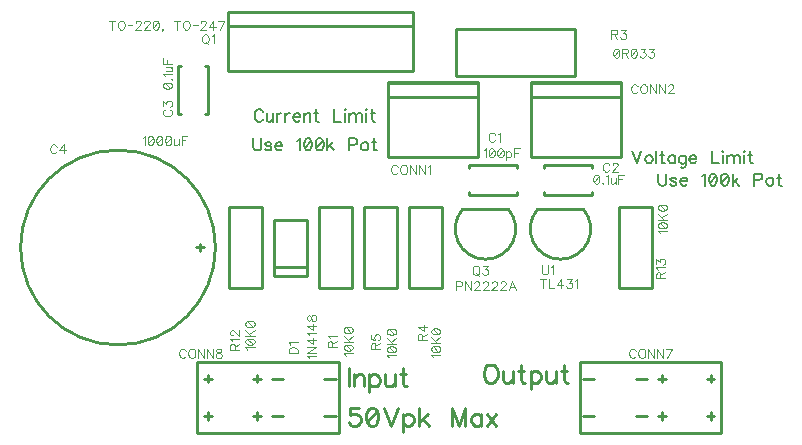
<source format=gto>
G04 DipTrace 2.4.0.2*
%INSuperSimplePowerSupply.gto*%
%MOIN*%
%ADD10C,0.0098*%
%ADD55C,0.0046*%
%ADD56C,0.0062*%
%ADD57C,0.0093*%
%FSLAX44Y44*%
G04*
G70*
G90*
G75*
G01*
%LNTopSilk*%
%LPD*%
X19287Y35742D2*
D10*
X17713D1*
X19287Y34758D2*
X17713D1*
X19287Y34850D2*
Y34758D1*
Y35742D2*
Y35650D1*
X17713Y34850D2*
Y34758D1*
Y35742D2*
Y35650D1*
X20213Y34758D2*
X21787D1*
X20213Y35742D2*
X21787D1*
X20213Y35650D2*
Y35742D1*
Y34758D2*
Y34850D1*
X21787Y35650D2*
Y35742D1*
Y34758D2*
Y34850D1*
X8992Y37463D2*
Y39037D1*
X8008Y37463D2*
Y39037D1*
X8100Y37463D2*
X8008D1*
X8992D2*
X8900D1*
X8100Y39037D2*
X8008D1*
X8992D2*
X8900D1*
X2752Y33000D2*
G02X2752Y33000I3248J0D01*
G01*
X8734Y33118D2*
Y32882D1*
X8852Y33000D2*
X8616D1*
X15000Y38478D2*
X18000D1*
Y36022D1*
X15000D1*
Y38478D1*
Y38500D2*
X18000D1*
Y38000D1*
X15000D1*
Y38500D1*
X19750Y38478D2*
X22750D1*
Y36022D1*
X19750D1*
Y38478D1*
Y38500D2*
X22750D1*
Y38000D1*
X19750D1*
Y38500D1*
X26112Y26819D2*
X21388D1*
Y29181D1*
X26112D1*
Y26819D1*
X25750Y27250D2*
Y27500D1*
X25875Y27375D2*
X25625D1*
X21875D2*
X21500D1*
X25625Y28625D2*
X25875D1*
X25750Y28500D2*
Y28750D1*
X21875Y28625D2*
X21500D1*
X24125Y27500D2*
Y27250D1*
X24250Y27375D2*
X24000D1*
X24125Y28500D2*
Y28750D1*
X24250Y28625D2*
X24000D1*
X23250D2*
X23625D1*
Y27375D2*
X23250D1*
X8638Y29181D2*
X13362D1*
Y26819D1*
X8638D1*
Y29181D1*
X9000Y28750D2*
Y28500D1*
X8875Y28625D2*
X9125D1*
X12875D2*
X13250D1*
X9125Y27375D2*
X8875D1*
X9000Y27500D2*
Y27250D1*
X12875Y27375D2*
X13250D1*
X10625Y28500D2*
Y28750D1*
X10500Y28625D2*
X10750D1*
X10625Y27500D2*
Y27250D1*
X10500Y27375D2*
X10750D1*
X11500D2*
X11125D1*
Y28625D2*
X11500D1*
X12301Y32054D2*
X11199D1*
Y32074D2*
Y33926D1*
X12301Y32352D2*
X11199D1*
X12301Y33926D2*
X11199D1*
X12301Y32074D2*
Y33926D1*
X9677Y40852D2*
X15819D1*
Y38884D1*
X9677D1*
Y40852D1*
Y40380D2*
X15819D1*
X19006Y34281D2*
G02X17494Y34281I-756J-666D01*
G01*
X19006D1*
X12699Y31663D2*
Y34337D1*
X13801Y31663D2*
Y34337D1*
Y31663D2*
X12699D1*
X13801Y34337D2*
X12699D1*
X21219Y38713D2*
X17281D1*
X21219Y40287D2*
X17281D1*
X21219D2*
Y38713D1*
X17281Y40287D2*
Y38713D1*
X16801Y34337D2*
Y31663D1*
X15699Y34337D2*
Y31663D1*
Y34337D2*
X16801D1*
X15699Y31663D2*
X16801D1*
X14199D2*
Y34337D1*
X15301Y31663D2*
Y34337D1*
Y31663D2*
X14199D1*
X15301Y34337D2*
X14199D1*
X9699Y31663D2*
Y34337D1*
X10801Y31663D2*
Y34337D1*
Y31663D2*
X9699D1*
X10801Y34337D2*
X9699D1*
X22699Y31663D2*
Y34337D1*
X23801Y31663D2*
Y34337D1*
Y31663D2*
X22699D1*
X23801Y34337D2*
X22699D1*
X21506Y34281D2*
G02X19994Y34281I-756J-666D01*
G01*
X21506D1*
X18568Y36755D2*
D55*
X18553Y36783D1*
X18525Y36812D1*
X18496Y36826D1*
X18439D1*
X18410Y36812D1*
X18381Y36783D1*
X18367Y36755D1*
X18353Y36712D1*
Y36640D1*
X18367Y36597D1*
X18381Y36568D1*
X18410Y36540D1*
X18439Y36525D1*
X18496D1*
X18525Y36540D1*
X18553Y36568D1*
X18568Y36597D1*
X18660Y36769D2*
X18689Y36783D1*
X18732Y36826D1*
Y36525D1*
X18191Y36244D2*
X18220Y36259D1*
X18263Y36302D1*
Y36001D1*
X18441Y36302D2*
X18398Y36288D1*
X18370Y36244D1*
X18355Y36173D1*
Y36130D1*
X18370Y36058D1*
X18398Y36015D1*
X18441Y36001D1*
X18470D1*
X18513Y36015D1*
X18542Y36058D1*
X18556Y36130D1*
Y36173D1*
X18542Y36244D1*
X18513Y36288D1*
X18470Y36302D1*
X18441D1*
X18542Y36244D2*
X18370Y36058D1*
X18735Y36302D2*
X18692Y36288D1*
X18663Y36244D1*
X18649Y36173D1*
Y36130D1*
X18663Y36058D1*
X18692Y36015D1*
X18735Y36001D1*
X18764D1*
X18807Y36015D1*
X18835Y36058D1*
X18850Y36130D1*
Y36173D1*
X18835Y36244D1*
X18807Y36288D1*
X18764Y36302D1*
X18735D1*
X18835Y36244D2*
X18663Y36058D1*
X18942Y36202D2*
Y35900D1*
Y36159D2*
X18971Y36187D1*
X19000Y36202D1*
X19043D1*
X19072Y36187D1*
X19100Y36159D1*
X19115Y36115D1*
Y36087D1*
X19100Y36044D1*
X19072Y36015D1*
X19043Y36001D1*
X19000D1*
X18971Y36015D1*
X18942Y36044D1*
X19394Y36302D2*
X19208D1*
Y36001D1*
Y36159D2*
X19322D1*
X22378Y35755D2*
X22364Y35783D1*
X22335Y35812D1*
X22306Y35827D1*
X22249D1*
X22220Y35812D1*
X22192Y35783D1*
X22177Y35755D1*
X22163Y35712D1*
Y35640D1*
X22177Y35597D1*
X22192Y35568D1*
X22220Y35540D1*
X22249Y35525D1*
X22306D1*
X22335Y35540D1*
X22364Y35568D1*
X22378Y35597D1*
X22485Y35755D2*
Y35769D1*
X22500Y35798D1*
X22514Y35812D1*
X22543Y35826D1*
X22600D1*
X22629Y35812D1*
X22643Y35798D1*
X22657Y35769D1*
Y35740D1*
X22643Y35711D1*
X22614Y35669D1*
X22471Y35525D1*
X22672D1*
X21933Y35427D2*
X21889Y35413D1*
X21861Y35369D1*
X21846Y35298D1*
Y35255D1*
X21861Y35183D1*
X21889Y35140D1*
X21933Y35126D1*
X21961D1*
X22004Y35140D1*
X22033Y35183D1*
X22047Y35255D1*
Y35298D1*
X22033Y35369D1*
X22004Y35413D1*
X21961Y35427D1*
X21933D1*
X22033Y35369D2*
X21861Y35183D1*
X22154Y35155D2*
X22140Y35140D1*
X22154Y35126D1*
X22169Y35140D1*
X22154Y35155D1*
X22261Y35369D2*
X22290Y35384D1*
X22333Y35427D1*
Y35126D1*
X22426Y35327D2*
Y35183D1*
X22440Y35140D1*
X22469Y35126D1*
X22512D1*
X22541Y35140D1*
X22584Y35183D1*
Y35327D2*
Y35126D1*
X22863Y35427D2*
X22676D1*
Y35126D1*
Y35284D2*
X22791D1*
X7570Y37598D2*
X7541Y37584D1*
X7513Y37555D1*
X7498Y37526D1*
Y37469D1*
X7513Y37440D1*
X7541Y37412D1*
X7570Y37397D1*
X7613Y37383D1*
X7685D1*
X7728Y37397D1*
X7757Y37412D1*
X7785Y37440D1*
X7800Y37469D1*
Y37526D1*
X7785Y37555D1*
X7757Y37584D1*
X7728Y37598D1*
X7499Y37720D2*
Y37877D1*
X7613Y37791D1*
Y37834D1*
X7628Y37863D1*
X7642Y37877D1*
X7685Y37892D1*
X7714D1*
X7757Y37877D1*
X7785Y37849D1*
X7800Y37805D1*
Y37762D1*
X7785Y37720D1*
X7771Y37705D1*
X7742Y37691D1*
X7499Y38378D2*
X7513Y38335D1*
X7556Y38306D1*
X7628Y38292D1*
X7671D1*
X7742Y38306D1*
X7785Y38335D1*
X7800Y38378D1*
Y38407D1*
X7785Y38450D1*
X7742Y38478D1*
X7671Y38493D1*
X7628D1*
X7556Y38478D1*
X7513Y38450D1*
X7499Y38407D1*
Y38378D1*
X7556Y38478D2*
X7742Y38306D1*
X7771Y38600D2*
X7785Y38585D1*
X7800Y38600D1*
X7785Y38614D1*
X7771Y38600D1*
X7556Y38707D2*
X7541Y38736D1*
X7499Y38779D1*
X7800D1*
X7599Y38872D2*
X7742D1*
X7785Y38886D1*
X7800Y38915D1*
Y38958D1*
X7785Y38986D1*
X7742Y39029D1*
X7599D2*
X7800D1*
X7498Y39309D2*
Y39122D1*
X7800D1*
X7642D2*
Y39237D1*
X3954Y36366D2*
X3939Y36394D1*
X3911Y36423D1*
X3882Y36437D1*
X3825D1*
X3796Y36423D1*
X3767Y36394D1*
X3753Y36366D1*
X3738Y36323D1*
Y36251D1*
X3753Y36208D1*
X3767Y36179D1*
X3796Y36151D1*
X3825Y36136D1*
X3882D1*
X3911Y36151D1*
X3939Y36179D1*
X3954Y36208D1*
X4190Y36136D2*
Y36437D1*
X4046Y36236D1*
X4262D1*
X6821Y36657D2*
X6850Y36671D1*
X6893Y36714D1*
Y36413D1*
X7072Y36714D2*
X7029Y36700D1*
X7000Y36657D1*
X6986Y36585D1*
Y36542D1*
X7000Y36470D1*
X7029Y36427D1*
X7072Y36413D1*
X7101D1*
X7144Y36427D1*
X7172Y36470D1*
X7187Y36542D1*
Y36585D1*
X7172Y36657D1*
X7144Y36700D1*
X7101Y36714D1*
X7072D1*
X7172Y36657D2*
X7000Y36470D1*
X7366Y36714D2*
X7323Y36700D1*
X7294Y36657D1*
X7280Y36585D1*
Y36542D1*
X7294Y36470D1*
X7323Y36427D1*
X7366Y36413D1*
X7394D1*
X7437Y36427D1*
X7466Y36470D1*
X7481Y36542D1*
Y36585D1*
X7466Y36657D1*
X7437Y36700D1*
X7394Y36714D1*
X7366D1*
X7466Y36657D2*
X7294Y36470D1*
X7659Y36714D2*
X7616Y36700D1*
X7587Y36657D1*
X7573Y36585D1*
Y36542D1*
X7587Y36470D1*
X7616Y36427D1*
X7659Y36413D1*
X7688D1*
X7731Y36427D1*
X7760Y36470D1*
X7774Y36542D1*
Y36585D1*
X7760Y36657D1*
X7731Y36700D1*
X7688Y36714D1*
X7659D1*
X7760Y36657D2*
X7587Y36470D1*
X7867Y36614D2*
Y36470D1*
X7881Y36427D1*
X7910Y36413D1*
X7953D1*
X7981Y36427D1*
X8025Y36470D1*
Y36614D2*
Y36413D1*
X8304Y36714D2*
X8117D1*
Y36413D1*
Y36571D2*
X8232D1*
X15321Y35680D2*
X15306Y35709D1*
X15278Y35738D1*
X15249Y35752D1*
X15192D1*
X15163Y35738D1*
X15134Y35709D1*
X15120Y35680D1*
X15106Y35637D1*
Y35565D1*
X15120Y35522D1*
X15134Y35494D1*
X15163Y35465D1*
X15192Y35450D1*
X15249D1*
X15278Y35465D1*
X15306Y35494D1*
X15321Y35522D1*
X15500Y35752D2*
X15471Y35738D1*
X15442Y35709D1*
X15428Y35680D1*
X15413Y35637D1*
Y35565D1*
X15428Y35522D1*
X15442Y35494D1*
X15471Y35465D1*
X15500Y35450D1*
X15557D1*
X15585Y35465D1*
X15614Y35494D1*
X15629Y35522D1*
X15643Y35565D1*
Y35637D1*
X15629Y35680D1*
X15614Y35709D1*
X15585Y35738D1*
X15557Y35752D1*
X15500D1*
X15936D2*
Y35450D1*
X15735Y35752D1*
Y35450D1*
X16230Y35752D2*
Y35450D1*
X16029Y35752D1*
Y35450D1*
X16323Y35694D2*
X16352Y35709D1*
X16395Y35752D1*
Y35450D1*
X23319Y38368D2*
X23304Y38396D1*
X23276Y38425D1*
X23247Y38439D1*
X23190D1*
X23161Y38425D1*
X23132Y38396D1*
X23118Y38368D1*
X23104Y38325D1*
Y38253D1*
X23118Y38210D1*
X23132Y38181D1*
X23161Y38152D1*
X23190Y38138D1*
X23247D1*
X23276Y38152D1*
X23304Y38181D1*
X23319Y38210D1*
X23498Y38439D2*
X23469Y38425D1*
X23440Y38396D1*
X23426Y38368D1*
X23411Y38325D1*
Y38253D1*
X23426Y38210D1*
X23440Y38181D1*
X23469Y38152D1*
X23498Y38138D1*
X23555D1*
X23583Y38152D1*
X23612Y38181D1*
X23627Y38210D1*
X23641Y38253D1*
Y38325D1*
X23627Y38368D1*
X23612Y38396D1*
X23583Y38425D1*
X23555Y38439D1*
X23498D1*
X23934D2*
Y38138D1*
X23733Y38439D1*
Y38138D1*
X24228Y38439D2*
Y38138D1*
X24027Y38439D1*
Y38138D1*
X24335Y38367D2*
Y38382D1*
X24350Y38410D1*
X24364Y38425D1*
X24393Y38439D1*
X24450D1*
X24479Y38425D1*
X24493Y38410D1*
X24507Y38382D1*
Y38353D1*
X24493Y38324D1*
X24464Y38281D1*
X24321Y38138D1*
X24522D1*
X23256Y29549D2*
X23242Y29577D1*
X23213Y29606D1*
X23185Y29620D1*
X23127D1*
X23098Y29606D1*
X23070Y29577D1*
X23055Y29549D1*
X23041Y29506D1*
Y29434D1*
X23055Y29391D1*
X23070Y29362D1*
X23098Y29334D1*
X23127Y29319D1*
X23185D1*
X23213Y29334D1*
X23242Y29362D1*
X23256Y29391D1*
X23435Y29620D2*
X23406Y29606D1*
X23378Y29577D1*
X23363Y29549D1*
X23349Y29506D1*
Y29434D1*
X23363Y29391D1*
X23378Y29362D1*
X23406Y29334D1*
X23435Y29319D1*
X23492D1*
X23521Y29334D1*
X23550Y29362D1*
X23564Y29391D1*
X23578Y29434D1*
Y29506D1*
X23564Y29549D1*
X23550Y29577D1*
X23521Y29606D1*
X23492Y29620D1*
X23435D1*
X23872D2*
Y29319D1*
X23671Y29620D1*
Y29319D1*
X24165Y29620D2*
Y29319D1*
X23965Y29620D1*
Y29319D1*
X24315D2*
X24459Y29620D1*
X24258D1*
X8256Y29549D2*
X8242Y29577D1*
X8213Y29606D1*
X8185Y29620D1*
X8127D1*
X8098Y29606D1*
X8070Y29577D1*
X8055Y29549D1*
X8041Y29506D1*
Y29434D1*
X8055Y29391D1*
X8070Y29362D1*
X8098Y29334D1*
X8127Y29319D1*
X8185D1*
X8213Y29334D1*
X8242Y29362D1*
X8256Y29391D1*
X8435Y29620D2*
X8406Y29606D1*
X8378Y29577D1*
X8363Y29549D1*
X8349Y29506D1*
Y29434D1*
X8363Y29391D1*
X8378Y29362D1*
X8406Y29334D1*
X8435Y29319D1*
X8493D1*
X8521Y29334D1*
X8550Y29362D1*
X8564Y29391D1*
X8578Y29434D1*
Y29506D1*
X8564Y29549D1*
X8550Y29577D1*
X8521Y29606D1*
X8493Y29620D1*
X8435D1*
X8872D2*
Y29319D1*
X8671Y29620D1*
Y29319D1*
X9166Y29620D2*
Y29319D1*
X8965Y29620D1*
Y29319D1*
X9330Y29620D2*
X9287Y29606D1*
X9273Y29577D1*
Y29548D1*
X9287Y29520D1*
X9316Y29505D1*
X9373Y29491D1*
X9416Y29477D1*
X9445Y29448D1*
X9459Y29419D1*
Y29376D1*
X9445Y29348D1*
X9430Y29333D1*
X9387Y29319D1*
X9330D1*
X9287Y29333D1*
X9273Y29348D1*
X9258Y29376D1*
Y29419D1*
X9273Y29448D1*
X9301Y29477D1*
X9344Y29491D1*
X9402Y29505D1*
X9430Y29520D1*
X9445Y29548D1*
Y29577D1*
X9430Y29606D1*
X9387Y29620D1*
X9330D1*
X11686Y29472D2*
X11987D1*
Y29572D1*
X11973Y29615D1*
X11944Y29644D1*
X11915Y29658D1*
X11873Y29673D1*
X11801D1*
X11757Y29658D1*
X11729Y29644D1*
X11700Y29615D1*
X11686Y29572D1*
Y29472D1*
X11744Y29765D2*
X11729Y29794D1*
X11686Y29837D1*
X11987D1*
X12369Y29313D2*
X12354Y29342D1*
X12311Y29385D1*
X12612D1*
X12311Y29679D2*
X12612D1*
X12311Y29478D1*
X12612D1*
Y29915D2*
X12311D1*
X12512Y29772D1*
Y29987D1*
X12369Y30079D2*
X12354Y30108D1*
X12311Y30151D1*
X12612D1*
Y30388D2*
X12311D1*
X12512Y30244D1*
Y30459D1*
X12311Y30624D2*
X12325Y30581D1*
X12354Y30566D1*
X12383D1*
X12411Y30581D1*
X12426Y30609D1*
X12440Y30667D1*
X12454Y30710D1*
X12483Y30738D1*
X12512Y30753D1*
X12555D1*
X12583Y30738D1*
X12598Y30724D1*
X12612Y30681D1*
Y30624D1*
X12598Y30581D1*
X12583Y30566D1*
X12555Y30552D1*
X12512D1*
X12483Y30566D1*
X12454Y30595D1*
X12440Y30638D1*
X12426Y30695D1*
X12411Y30724D1*
X12383Y30738D1*
X12354D1*
X12325Y30724D1*
X12311Y30681D1*
Y30624D1*
X8887Y40104D2*
X8859Y40090D1*
X8830Y40061D1*
X8815Y40032D1*
X8801Y39989D1*
Y39918D1*
X8815Y39874D1*
X8830Y39846D1*
X8859Y39817D1*
X8887Y39803D1*
X8944D1*
X8973Y39817D1*
X9002Y39846D1*
X9016Y39874D1*
X9031Y39918D1*
Y39989D1*
X9016Y40032D1*
X9002Y40061D1*
X8973Y40090D1*
X8944Y40104D1*
X8887D1*
X8930Y39860D2*
X9016Y39774D1*
X9123Y40046D2*
X9152Y40061D1*
X9195Y40104D1*
Y39803D1*
X5801Y40563D2*
Y40262D1*
X5701Y40563D2*
X5902D1*
X6081D2*
X6052Y40549D1*
X6023Y40520D1*
X6009Y40492D1*
X5994Y40449D1*
Y40377D1*
X6009Y40334D1*
X6023Y40305D1*
X6052Y40277D1*
X6081Y40262D1*
X6138D1*
X6167Y40277D1*
X6195Y40305D1*
X6210Y40334D1*
X6224Y40377D1*
Y40449D1*
X6210Y40492D1*
X6195Y40520D1*
X6167Y40549D1*
X6138Y40563D1*
X6081D1*
X6317Y40413D2*
X6482D1*
X6590Y40491D2*
Y40506D1*
X6604Y40535D1*
X6618Y40549D1*
X6647Y40563D1*
X6704D1*
X6733Y40549D1*
X6747Y40535D1*
X6762Y40506D1*
Y40477D1*
X6747Y40448D1*
X6719Y40406D1*
X6575Y40262D1*
X6776D1*
X6883Y40491D2*
Y40506D1*
X6897Y40535D1*
X6912Y40549D1*
X6941Y40563D1*
X6998D1*
X7026Y40549D1*
X7041Y40535D1*
X7055Y40506D1*
Y40477D1*
X7041Y40448D1*
X7012Y40406D1*
X6869Y40262D1*
X7070D1*
X7248Y40563D2*
X7205Y40549D1*
X7176Y40506D1*
X7162Y40434D1*
Y40391D1*
X7176Y40319D1*
X7205Y40276D1*
X7248Y40262D1*
X7277D1*
X7320Y40276D1*
X7349Y40319D1*
X7363Y40391D1*
Y40434D1*
X7349Y40506D1*
X7320Y40549D1*
X7277Y40563D1*
X7248D1*
X7349Y40506D2*
X7176Y40319D1*
X7485Y40276D2*
X7470Y40262D1*
X7456Y40276D1*
X7470Y40291D1*
X7485Y40276D1*
Y40248D1*
X7470Y40219D1*
X7456Y40205D1*
X7969Y40563D2*
Y40262D1*
X7869Y40563D2*
X8070D1*
X8249D2*
X8220Y40549D1*
X8191Y40520D1*
X8177Y40492D1*
X8163Y40449D1*
Y40377D1*
X8177Y40334D1*
X8191Y40305D1*
X8220Y40277D1*
X8249Y40262D1*
X8306D1*
X8335Y40277D1*
X8363Y40305D1*
X8378Y40334D1*
X8392Y40377D1*
Y40449D1*
X8378Y40492D1*
X8363Y40520D1*
X8335Y40549D1*
X8306Y40563D1*
X8249D1*
X8485Y40413D2*
X8650D1*
X8758Y40491D2*
Y40506D1*
X8772Y40535D1*
X8786Y40549D1*
X8815Y40563D1*
X8872D1*
X8901Y40549D1*
X8915Y40535D1*
X8930Y40506D1*
Y40477D1*
X8915Y40448D1*
X8887Y40406D1*
X8743Y40262D1*
X8944D1*
X9180D2*
Y40563D1*
X9037Y40362D1*
X9252D1*
X9402Y40262D2*
X9545Y40563D1*
X9345D1*
X17904Y32391D2*
X17875Y32377D1*
X17846Y32349D1*
X17832Y32320D1*
X17817Y32277D1*
Y32205D1*
X17832Y32162D1*
X17846Y32133D1*
X17875Y32105D1*
X17904Y32090D1*
X17961D1*
X17990Y32105D1*
X18018Y32133D1*
X18033Y32162D1*
X18047Y32205D1*
Y32277D1*
X18033Y32320D1*
X18018Y32349D1*
X17990Y32377D1*
X17961Y32391D1*
X17904D1*
X17947Y32148D2*
X18033Y32061D1*
X18169Y32391D2*
X18326D1*
X18240Y32276D1*
X18284D1*
X18312Y32262D1*
X18326Y32248D1*
X18341Y32205D1*
Y32176D1*
X18326Y32133D1*
X18298Y32104D1*
X18255Y32090D1*
X18212D1*
X18169Y32104D1*
X18155Y32119D1*
X18140Y32147D1*
X17271Y31719D2*
X17400D1*
X17443Y31733D1*
X17458Y31748D1*
X17472Y31776D1*
Y31819D1*
X17458Y31848D1*
X17443Y31862D1*
X17400Y31877D1*
X17271D1*
Y31575D1*
X17766Y31877D2*
Y31575D1*
X17565Y31877D1*
Y31575D1*
X17873Y31805D2*
Y31819D1*
X17887Y31848D1*
X17901Y31862D1*
X17930Y31876D1*
X17988D1*
X18016Y31862D1*
X18030Y31848D1*
X18045Y31819D1*
Y31790D1*
X18030Y31762D1*
X18002Y31719D1*
X17858Y31575D1*
X18059D1*
X18166Y31805D2*
Y31819D1*
X18181Y31848D1*
X18195Y31862D1*
X18224Y31876D1*
X18281D1*
X18310Y31862D1*
X18324Y31848D1*
X18339Y31819D1*
Y31790D1*
X18324Y31762D1*
X18295Y31719D1*
X18152Y31575D1*
X18353D1*
X18460Y31805D2*
Y31819D1*
X18474Y31848D1*
X18489Y31862D1*
X18517Y31876D1*
X18575D1*
X18603Y31862D1*
X18618Y31848D1*
X18632Y31819D1*
Y31790D1*
X18618Y31762D1*
X18589Y31719D1*
X18445Y31575D1*
X18646D1*
X18754Y31805D2*
Y31819D1*
X18768Y31848D1*
X18782Y31862D1*
X18811Y31876D1*
X18868D1*
X18897Y31862D1*
X18911Y31848D1*
X18926Y31819D1*
Y31790D1*
X18911Y31762D1*
X18883Y31719D1*
X18739Y31575D1*
X18940D1*
X19262D2*
X19147Y31877D1*
X19033Y31575D1*
X19076Y31676D2*
X19219D1*
X13142Y29679D2*
Y29808D1*
X13127Y29851D1*
X13113Y29866D1*
X13085Y29880D1*
X13056D1*
X13027Y29866D1*
X13013Y29851D1*
X12998Y29808D1*
Y29679D1*
X13300D1*
X13142Y29780D2*
X13300Y29880D1*
X13056Y29973D2*
X13041Y30002D1*
X12999Y30045D1*
X13300D1*
X13586Y29399D2*
X13571Y29427D1*
X13528Y29471D1*
X13829D1*
X13528Y29649D2*
X13543Y29606D1*
X13586Y29577D1*
X13657Y29563D1*
X13700D1*
X13772Y29577D1*
X13815Y29606D1*
X13829Y29649D1*
Y29678D1*
X13815Y29721D1*
X13772Y29750D1*
X13700Y29764D1*
X13657D1*
X13586Y29750D1*
X13543Y29721D1*
X13528Y29678D1*
Y29649D1*
X13586Y29750D2*
X13772Y29577D1*
X13528Y29857D2*
X13829D1*
X13528Y30058D2*
X13729Y29857D1*
X13657Y29928D2*
X13829Y30058D1*
X13528Y30237D2*
X13543Y30194D1*
X13586Y30165D1*
X13657Y30150D1*
X13700D1*
X13772Y30165D1*
X13815Y30194D1*
X13829Y30237D1*
Y30265D1*
X13815Y30308D1*
X13772Y30337D1*
X13700Y30351D1*
X13657D1*
X13586Y30337D1*
X13543Y30308D1*
X13528Y30265D1*
Y30237D1*
X13586Y30337D2*
X13772Y30165D1*
X22448Y40107D2*
X22577D1*
X22620Y40122D1*
X22635Y40136D1*
X22649Y40165D1*
Y40194D1*
X22635Y40222D1*
X22620Y40237D1*
X22577Y40251D1*
X22448D1*
Y39950D1*
X22549Y40107D2*
X22649Y39950D1*
X22771Y40251D2*
X22928D1*
X22842Y40136D1*
X22885D1*
X22914Y40122D1*
X22928Y40107D1*
X22943Y40064D1*
Y40036D1*
X22928Y39993D1*
X22900Y39964D1*
X22857Y39950D1*
X22813D1*
X22771Y39964D1*
X22756Y39978D1*
X22742Y40007D1*
X22594Y39627D2*
X22551Y39613D1*
X22522Y39569D1*
X22508Y39498D1*
Y39455D1*
X22522Y39383D1*
X22551Y39340D1*
X22594Y39326D1*
X22623D1*
X22666Y39340D1*
X22694Y39383D1*
X22709Y39455D1*
Y39498D1*
X22694Y39569D1*
X22666Y39613D1*
X22623Y39627D1*
X22594D1*
X22694Y39569D2*
X22522Y39383D1*
X22801Y39484D2*
X22930D1*
X22974Y39498D1*
X22988Y39512D1*
X23002Y39541D1*
Y39570D1*
X22988Y39598D1*
X22974Y39613D1*
X22930Y39627D1*
X22801D1*
Y39326D1*
X22902Y39484D2*
X23002Y39326D1*
X23181Y39627D2*
X23138Y39613D1*
X23109Y39569D1*
X23095Y39498D1*
Y39455D1*
X23109Y39383D1*
X23138Y39340D1*
X23181Y39326D1*
X23210D1*
X23253Y39340D1*
X23281Y39383D1*
X23296Y39455D1*
Y39498D1*
X23281Y39569D1*
X23253Y39613D1*
X23210Y39627D1*
X23181D1*
X23281Y39569D2*
X23109Y39383D1*
X23418Y39627D2*
X23575D1*
X23489Y39512D1*
X23532D1*
X23561Y39498D1*
X23575Y39484D1*
X23590Y39440D1*
Y39412D1*
X23575Y39369D1*
X23547Y39340D1*
X23503Y39326D1*
X23460D1*
X23418Y39340D1*
X23403Y39355D1*
X23389Y39383D1*
X23711Y39627D2*
X23869D1*
X23783Y39512D1*
X23826D1*
X23854Y39498D1*
X23869Y39484D1*
X23883Y39440D1*
Y39412D1*
X23869Y39369D1*
X23840Y39340D1*
X23797Y39326D1*
X23754D1*
X23711Y39340D1*
X23697Y39355D1*
X23682Y39383D1*
X16142Y29920D2*
Y30049D1*
X16127Y30092D1*
X16113Y30107D1*
X16084Y30121D1*
X16055D1*
X16027Y30107D1*
X16012Y30092D1*
X15998Y30049D1*
Y29920D1*
X16299D1*
X16142Y30021D2*
X16299Y30121D1*
Y30357D2*
X15998D1*
X16199Y30214D1*
Y30429D1*
X16493Y29349D2*
X16479Y29378D1*
X16436Y29421D1*
X16737D1*
X16436Y29600D2*
X16450Y29557D1*
X16493Y29528D1*
X16565Y29514D1*
X16608D1*
X16680Y29528D1*
X16723Y29557D1*
X16737Y29600D1*
Y29628D1*
X16723Y29672D1*
X16680Y29700D1*
X16608Y29715D1*
X16565D1*
X16493Y29700D1*
X16450Y29672D1*
X16436Y29628D1*
Y29600D1*
X16493Y29700D2*
X16680Y29528D1*
X16436Y29807D2*
X16737D1*
X16436Y30008D2*
X16637Y29807D1*
X16565Y29879D2*
X16737Y30008D1*
X16436Y30187D2*
X16450Y30144D1*
X16493Y30115D1*
X16565Y30101D1*
X16608D1*
X16680Y30115D1*
X16723Y30144D1*
X16737Y30187D1*
Y30216D1*
X16723Y30259D1*
X16680Y30287D1*
X16608Y30302D1*
X16565D1*
X16493Y30287D1*
X16450Y30259D1*
X16436Y30216D1*
Y30187D1*
X16493Y30287D2*
X16680Y30115D1*
X14579Y29615D2*
Y29744D1*
X14565Y29787D1*
X14550Y29801D1*
X14522Y29816D1*
X14493D1*
X14464Y29801D1*
X14450Y29787D1*
X14436Y29744D1*
Y29615D1*
X14737D1*
X14579Y29715D2*
X14737Y29816D1*
X14436Y30080D2*
Y29937D1*
X14565Y29923D1*
X14551Y29937D1*
X14536Y29980D1*
Y30023D1*
X14551Y30066D1*
X14579Y30095D1*
X14622Y30109D1*
X14651D1*
X14694Y30095D1*
X14723Y30066D1*
X14737Y30023D1*
Y29980D1*
X14723Y29937D1*
X14708Y29923D1*
X14680Y29908D1*
X15023Y29336D2*
X15008Y29365D1*
X14966Y29408D1*
X15267D1*
X14966Y29587D2*
X14980Y29544D1*
X15023Y29515D1*
X15095Y29501D1*
X15138D1*
X15209Y29515D1*
X15252Y29544D1*
X15267Y29587D1*
Y29615D1*
X15252Y29659D1*
X15209Y29687D1*
X15138Y29702D1*
X15095D1*
X15023Y29687D1*
X14980Y29659D1*
X14966Y29615D1*
Y29587D1*
X15023Y29687D2*
X15209Y29515D1*
X14965Y29794D2*
X15267D1*
X14965Y29995D2*
X15166Y29794D1*
X15094Y29866D2*
X15267Y29995D1*
X14966Y30174D2*
X14980Y30131D1*
X15023Y30102D1*
X15095Y30088D1*
X15138D1*
X15209Y30102D1*
X15252Y30131D1*
X15267Y30174D1*
Y30203D1*
X15252Y30246D1*
X15209Y30274D1*
X15138Y30289D1*
X15095D1*
X15023Y30274D1*
X14980Y30246D1*
X14966Y30203D1*
Y30174D1*
X15023Y30274D2*
X15209Y30102D1*
X9892Y29595D2*
Y29724D1*
X9877Y29767D1*
X9863Y29782D1*
X9834Y29796D1*
X9805D1*
X9777Y29782D1*
X9762Y29767D1*
X9748Y29724D1*
Y29595D1*
X10049D1*
X9892Y29696D2*
X10049Y29796D1*
X9806Y29889D2*
X9791Y29918D1*
X9748Y29961D1*
X10049D1*
X9820Y30068D2*
X9806D1*
X9777Y30082D1*
X9763Y30096D1*
X9748Y30125D1*
Y30183D1*
X9763Y30211D1*
X9777Y30225D1*
X9806Y30240D1*
X9834D1*
X9863Y30225D1*
X9906Y30197D1*
X10049Y30053D1*
Y30254D1*
X10306Y29599D2*
X10291Y29628D1*
X10248Y29671D1*
X10550D1*
X10248Y29850D2*
X10263Y29807D1*
X10306Y29778D1*
X10377Y29764D1*
X10421D1*
X10492Y29778D1*
X10535Y29807D1*
X10550Y29850D1*
Y29878D1*
X10535Y29922D1*
X10492Y29950D1*
X10421Y29965D1*
X10377D1*
X10306Y29950D1*
X10263Y29922D1*
X10248Y29878D1*
Y29850D1*
X10306Y29950D2*
X10492Y29778D1*
X10248Y30057D2*
X10550D1*
X10248Y30258D2*
X10449Y30057D1*
X10377Y30129D2*
X10550Y30258D1*
X10248Y30437D2*
X10263Y30394D1*
X10306Y30365D1*
X10377Y30351D1*
X10421D1*
X10492Y30365D1*
X10535Y30394D1*
X10550Y30437D1*
Y30466D1*
X10535Y30509D1*
X10492Y30537D1*
X10421Y30552D1*
X10377D1*
X10306Y30537D1*
X10263Y30509D1*
X10248Y30466D1*
Y30437D1*
X10306Y30537D2*
X10492Y30365D1*
X24079Y31970D2*
Y32099D1*
X24065Y32142D1*
X24050Y32157D1*
X24022Y32171D1*
X23993D1*
X23964Y32157D1*
X23950Y32142D1*
X23936Y32099D1*
Y31970D1*
X24237D1*
X24079Y32070D2*
X24237Y32171D1*
X23993Y32264D2*
X23979Y32292D1*
X23936Y32335D1*
X24237D1*
X23936Y32457D2*
Y32614D1*
X24051Y32529D1*
Y32572D1*
X24065Y32600D1*
X24079Y32614D1*
X24122Y32629D1*
X24151D1*
X24194Y32614D1*
X24223Y32586D1*
X24237Y32543D1*
Y32500D1*
X24223Y32457D1*
X24208Y32443D1*
X24180Y32428D1*
X24056Y33474D2*
X24041Y33503D1*
X23999Y33546D1*
X24300D1*
X23999Y33725D2*
X24013Y33682D1*
X24056Y33653D1*
X24128Y33638D1*
X24171D1*
X24242Y33653D1*
X24285Y33682D1*
X24300Y33725D1*
Y33753D1*
X24285Y33796D1*
X24242Y33825D1*
X24171Y33839D1*
X24128D1*
X24056Y33825D1*
X24013Y33796D1*
X23999Y33753D1*
Y33725D1*
X24056Y33825D2*
X24242Y33653D1*
X23998Y33932D2*
X24300D1*
X23998Y34133D2*
X24199Y33932D1*
X24127Y34004D2*
X24300Y34133D1*
X23999Y34312D2*
X24013Y34269D1*
X24056Y34240D1*
X24128Y34226D1*
X24171D1*
X24242Y34240D1*
X24285Y34269D1*
X24300Y34312D1*
Y34340D1*
X24285Y34384D1*
X24242Y34412D1*
X24171Y34427D1*
X24128D1*
X24056Y34412D1*
X24013Y34384D1*
X23999Y34340D1*
Y34312D1*
X24056Y34412D2*
X24242Y34240D1*
X20130Y32408D2*
Y32193D1*
X20144Y32150D1*
X20173Y32121D1*
X20216Y32107D1*
X20245D1*
X20288Y32121D1*
X20317Y32150D1*
X20331Y32193D1*
Y32408D1*
X20423Y32351D2*
X20452Y32365D1*
X20495Y32408D1*
Y32107D1*
X20172Y31944D2*
Y31643D1*
X20072Y31944D2*
X20273D1*
X20365D2*
Y31643D1*
X20538D1*
X20774D2*
Y31944D1*
X20630Y31743D1*
X20845D1*
X20967Y31944D2*
X21124D1*
X21038Y31829D1*
X21082D1*
X21110Y31815D1*
X21124Y31801D1*
X21139Y31757D1*
Y31729D1*
X21124Y31686D1*
X21096Y31657D1*
X21053Y31643D1*
X21010D1*
X20967Y31657D1*
X20953Y31672D1*
X20938Y31700D1*
X21232Y31886D2*
X21260Y31901D1*
X21304Y31944D1*
Y31643D1*
X10837Y37506D2*
D56*
X10818Y37544D1*
X10779Y37582D1*
X10741Y37601D1*
X10665D1*
X10626Y37582D1*
X10588Y37544D1*
X10569Y37506D1*
X10550Y37448D1*
Y37352D1*
X10569Y37295D1*
X10588Y37257D1*
X10626Y37219D1*
X10665Y37199D1*
X10741D1*
X10779Y37219D1*
X10818Y37257D1*
X10837Y37295D1*
X10960Y37467D2*
Y37276D1*
X10979Y37219D1*
X11018Y37199D1*
X11075D1*
X11113Y37219D1*
X11171Y37276D1*
Y37467D2*
Y37199D1*
X11294Y37467D2*
Y37199D1*
Y37352D2*
X11314Y37410D1*
X11352Y37448D1*
X11390Y37467D1*
X11448D1*
X11571D2*
Y37199D1*
Y37352D2*
X11591Y37410D1*
X11629Y37448D1*
X11667Y37467D1*
X11724D1*
X11848Y37352D2*
X12077D1*
Y37391D1*
X12058Y37429D1*
X12039Y37448D1*
X12001Y37467D1*
X11944D1*
X11905Y37448D1*
X11867Y37410D1*
X11848Y37352D1*
Y37314D1*
X11867Y37257D1*
X11905Y37219D1*
X11944Y37199D1*
X12001D1*
X12039Y37219D1*
X12077Y37257D1*
X12201Y37467D2*
Y37199D1*
Y37391D2*
X12258Y37448D1*
X12297Y37467D1*
X12354D1*
X12392Y37448D1*
X12411Y37391D1*
Y37199D1*
X12592Y37601D2*
Y37276D1*
X12611Y37219D1*
X12650Y37199D1*
X12688D1*
X12535Y37467D2*
X12669D1*
X13200Y37601D2*
Y37199D1*
X13430D1*
X13553Y37601D2*
X13572Y37582D1*
X13592Y37601D1*
X13572Y37621D1*
X13553Y37601D1*
X13572Y37467D2*
Y37199D1*
X13715Y37467D2*
Y37199D1*
Y37391D2*
X13773Y37448D1*
X13811Y37467D1*
X13868D1*
X13907Y37448D1*
X13926Y37391D1*
Y37199D1*
Y37391D2*
X13983Y37448D1*
X14022Y37467D1*
X14079D1*
X14117Y37448D1*
X14137Y37391D1*
Y37199D1*
X14260Y37601D2*
X14279Y37582D1*
X14299Y37601D1*
X14279Y37621D1*
X14260Y37601D1*
X14279Y37467D2*
Y37199D1*
X14480Y37601D2*
Y37276D1*
X14499Y37219D1*
X14537Y37199D1*
X14575D1*
X14422Y37467D2*
X14556D1*
X10513Y36638D2*
Y36351D1*
X10532Y36293D1*
X10571Y36255D1*
X10628Y36236D1*
X10666D1*
X10724Y36255D1*
X10762Y36293D1*
X10781Y36351D1*
Y36638D1*
X11115Y36446D2*
X11096Y36485D1*
X11039Y36504D1*
X10981D1*
X10924Y36485D1*
X10905Y36446D1*
X10924Y36408D1*
X10962Y36389D1*
X11058Y36370D1*
X11096Y36351D1*
X11115Y36312D1*
Y36293D1*
X11096Y36255D1*
X11039Y36236D1*
X10981D1*
X10924Y36255D1*
X10905Y36293D1*
X11239Y36389D2*
X11468D1*
Y36427D1*
X11449Y36466D1*
X11430Y36485D1*
X11392Y36504D1*
X11334D1*
X11296Y36485D1*
X11258Y36446D1*
X11239Y36389D1*
Y36351D1*
X11258Y36293D1*
X11296Y36255D1*
X11334Y36236D1*
X11392D1*
X11430Y36255D1*
X11468Y36293D1*
X11980Y36561D2*
X12019Y36580D1*
X12076Y36637D1*
Y36236D1*
X12315Y36637D2*
X12257Y36618D1*
X12219Y36561D1*
X12200Y36465D1*
Y36408D1*
X12219Y36312D1*
X12257Y36255D1*
X12315Y36236D1*
X12353D1*
X12410Y36255D1*
X12448Y36312D1*
X12468Y36408D1*
Y36465D1*
X12448Y36561D1*
X12410Y36618D1*
X12353Y36637D1*
X12315D1*
X12448Y36561D2*
X12219Y36312D1*
X12706Y36637D2*
X12649Y36618D1*
X12610Y36561D1*
X12591Y36465D1*
Y36408D1*
X12610Y36312D1*
X12649Y36255D1*
X12706Y36236D1*
X12744D1*
X12802Y36255D1*
X12840Y36312D1*
X12859Y36408D1*
Y36465D1*
X12840Y36561D1*
X12802Y36618D1*
X12744Y36637D1*
X12706D1*
X12840Y36561D2*
X12610Y36312D1*
X12983Y36638D2*
Y36236D1*
X13174Y36504D2*
X12983Y36312D1*
X13059Y36389D2*
X13193Y36236D1*
X13706Y36427D2*
X13878D1*
X13935Y36446D1*
X13955Y36466D1*
X13974Y36504D1*
Y36561D1*
X13955Y36599D1*
X13935Y36619D1*
X13878Y36638D1*
X13706D1*
Y36236D1*
X14193Y36504D2*
X14155Y36485D1*
X14116Y36446D1*
X14097Y36389D1*
Y36351D1*
X14116Y36293D1*
X14155Y36255D1*
X14193Y36236D1*
X14250D1*
X14289Y36255D1*
X14327Y36293D1*
X14346Y36351D1*
Y36389D1*
X14327Y36446D1*
X14289Y36485D1*
X14250Y36504D1*
X14193D1*
X14527Y36638D2*
Y36312D1*
X14546Y36255D1*
X14584Y36236D1*
X14623D1*
X14470Y36504D2*
X14603D1*
X23141Y36212D2*
X23294Y35810D1*
X23447Y36212D1*
X23666Y36078D2*
X23628Y36059D1*
X23590Y36021D1*
X23571Y35963D1*
Y35925D1*
X23590Y35868D1*
X23628Y35830D1*
X23666Y35810D1*
X23724D1*
X23762Y35830D1*
X23800Y35868D1*
X23820Y35925D1*
Y35963D1*
X23800Y36021D1*
X23762Y36059D1*
X23724Y36078D1*
X23666D1*
X23943Y36212D2*
Y35810D1*
X24124Y36212D2*
Y35887D1*
X24143Y35830D1*
X24182Y35810D1*
X24220D1*
X24067Y36078D2*
X24201D1*
X24573D2*
Y35810D1*
Y36021D2*
X24535Y36059D1*
X24496Y36078D1*
X24439D1*
X24401Y36059D1*
X24363Y36021D1*
X24343Y35963D1*
Y35925D1*
X24363Y35868D1*
X24401Y35830D1*
X24439Y35810D1*
X24496D1*
X24535Y35830D1*
X24573Y35868D1*
X24926Y36059D2*
Y35753D1*
X24907Y35696D1*
X24888Y35676D1*
X24849Y35657D1*
X24792D1*
X24754Y35676D1*
X24926Y36002D2*
X24888Y36040D1*
X24849Y36059D1*
X24792D1*
X24754Y36040D1*
X24715Y36002D1*
X24696Y35944D1*
Y35906D1*
X24715Y35849D1*
X24754Y35810D1*
X24792Y35791D1*
X24849D1*
X24888Y35810D1*
X24926Y35849D1*
X25049Y35963D2*
X25279D1*
Y36002D1*
X25260Y36040D1*
X25241Y36059D1*
X25202Y36078D1*
X25145D1*
X25107Y36059D1*
X25068Y36021D1*
X25049Y35963D1*
Y35925D1*
X25068Y35868D1*
X25107Y35830D1*
X25145Y35810D1*
X25202D1*
X25241Y35830D1*
X25279Y35868D1*
X25791Y36212D2*
Y35810D1*
X26021D1*
X26144Y36212D2*
X26163Y36193D1*
X26183Y36212D1*
X26163Y36232D1*
X26144Y36212D1*
X26163Y36078D2*
Y35810D1*
X26306Y36078D2*
Y35810D1*
Y36002D2*
X26364Y36059D1*
X26402Y36078D1*
X26459D1*
X26498Y36059D1*
X26517Y36002D1*
Y35810D1*
Y36002D2*
X26574Y36059D1*
X26613Y36078D1*
X26670D1*
X26708Y36059D1*
X26728Y36002D1*
Y35810D1*
X26851Y36212D2*
X26870Y36193D1*
X26890Y36212D1*
X26870Y36232D1*
X26851Y36212D1*
X26870Y36078D2*
Y35810D1*
X27071Y36212D2*
Y35887D1*
X27090Y35830D1*
X27128Y35810D1*
X27166D1*
X27013Y36078D2*
X27147D1*
X24014Y35465D2*
Y35178D1*
X24033Y35120D1*
X24072Y35082D1*
X24129Y35063D1*
X24167D1*
X24225Y35082D1*
X24263Y35120D1*
X24282Y35178D1*
Y35465D1*
X24616Y35273D2*
X24597Y35312D1*
X24540Y35331D1*
X24482D1*
X24425Y35312D1*
X24406Y35273D1*
X24425Y35235D1*
X24463Y35216D1*
X24559Y35197D1*
X24597Y35178D1*
X24616Y35139D1*
Y35120D1*
X24597Y35082D1*
X24540Y35063D1*
X24482D1*
X24425Y35082D1*
X24406Y35120D1*
X24740Y35216D2*
X24969D1*
Y35254D1*
X24950Y35293D1*
X24931Y35312D1*
X24893Y35331D1*
X24835D1*
X24797Y35312D1*
X24759Y35273D1*
X24740Y35216D1*
Y35178D1*
X24759Y35120D1*
X24797Y35082D1*
X24835Y35063D1*
X24893D1*
X24931Y35082D1*
X24969Y35120D1*
X25481Y35388D2*
X25520Y35407D1*
X25577Y35464D1*
Y35063D1*
X25816Y35464D2*
X25758Y35445D1*
X25720Y35388D1*
X25701Y35292D1*
Y35235D1*
X25720Y35139D1*
X25758Y35082D1*
X25816Y35063D1*
X25854D1*
X25911Y35082D1*
X25949Y35139D1*
X25969Y35235D1*
Y35292D1*
X25949Y35388D1*
X25911Y35445D1*
X25854Y35464D1*
X25816D1*
X25949Y35388D2*
X25720Y35139D1*
X26207Y35464D2*
X26150Y35445D1*
X26111Y35388D1*
X26092Y35292D1*
Y35235D1*
X26111Y35139D1*
X26150Y35082D1*
X26207Y35063D1*
X26245D1*
X26303Y35082D1*
X26341Y35139D1*
X26360Y35235D1*
Y35292D1*
X26341Y35388D1*
X26303Y35445D1*
X26245Y35464D1*
X26207D1*
X26341Y35388D2*
X26111Y35139D1*
X26484Y35465D2*
Y35063D1*
X26675Y35331D2*
X26484Y35139D1*
X26560Y35216D2*
X26694Y35063D1*
X27207Y35254D2*
X27379D1*
X27436Y35273D1*
X27456Y35293D1*
X27475Y35331D1*
Y35388D1*
X27456Y35426D1*
X27436Y35446D1*
X27379Y35465D1*
X27207D1*
Y35063D1*
X27694Y35331D2*
X27656Y35312D1*
X27617Y35273D1*
X27598Y35216D1*
Y35178D1*
X27617Y35120D1*
X27656Y35082D1*
X27694Y35063D1*
X27751D1*
X27789Y35082D1*
X27828Y35120D1*
X27847Y35178D1*
Y35216D1*
X27828Y35273D1*
X27789Y35312D1*
X27751Y35331D1*
X27694D1*
X28028Y35465D2*
Y35139D1*
X28047Y35082D1*
X28085Y35063D1*
X28123D1*
X27970Y35331D2*
X28104D1*
X18364Y29096D2*
D57*
X18306Y29067D1*
X18249Y29009D1*
X18220Y28952D1*
X18191Y28866D1*
Y28722D1*
X18220Y28637D1*
X18249Y28579D1*
X18306Y28522D1*
X18364Y28493D1*
X18478D1*
X18535Y28522D1*
X18593Y28579D1*
X18622Y28637D1*
X18650Y28722D1*
Y28866D1*
X18622Y28952D1*
X18593Y29009D1*
X18535Y29067D1*
X18478Y29096D1*
X18364D1*
X18835Y28895D2*
Y28607D1*
X18864Y28522D1*
X18922Y28493D1*
X19008D1*
X19065Y28522D1*
X19151Y28607D1*
Y28895D2*
Y28493D1*
X19423Y29096D2*
Y28607D1*
X19451Y28522D1*
X19509Y28493D1*
X19566D1*
X19336Y28895D2*
X19537D1*
X19751D2*
Y28292D1*
Y28808D2*
X19809Y28865D1*
X19866Y28895D1*
X19952D1*
X20010Y28865D1*
X20067Y28808D1*
X20096Y28722D1*
Y28665D1*
X20067Y28579D1*
X20010Y28521D1*
X19952Y28493D1*
X19866D1*
X19809Y28521D1*
X19751Y28579D1*
X20281Y28895D2*
Y28607D1*
X20310Y28522D1*
X20367Y28493D1*
X20454D1*
X20511Y28522D1*
X20597Y28607D1*
Y28895D2*
Y28493D1*
X20868Y29096D2*
Y28607D1*
X20897Y28522D1*
X20955Y28493D1*
X21012D1*
X20782Y28895D2*
X20983D1*
X13688Y28971D2*
Y28368D1*
X13873Y28770D2*
Y28368D1*
Y28655D2*
X13960Y28741D1*
X14017Y28770D1*
X14103D1*
X14160Y28741D1*
X14189Y28655D1*
Y28368D1*
X14374Y28770D2*
Y28167D1*
Y28684D2*
X14432Y28741D1*
X14489Y28770D1*
X14575D1*
X14633Y28741D1*
X14690Y28684D1*
X14719Y28597D1*
Y28540D1*
X14690Y28454D1*
X14633Y28396D1*
X14575Y28368D1*
X14489D1*
X14432Y28396D1*
X14374Y28454D1*
X14904Y28770D2*
Y28483D1*
X14933Y28397D1*
X14991Y28368D1*
X15077D1*
X15134Y28397D1*
X15220Y28483D1*
Y28770D2*
Y28368D1*
X15492Y28971D2*
Y28483D1*
X15520Y28397D1*
X15578Y28368D1*
X15635D1*
X15405Y28770D2*
X15606D1*
X14032Y27658D2*
X13746D1*
X13717Y27400D1*
X13746Y27428D1*
X13832Y27458D1*
X13917D1*
X14004Y27428D1*
X14061Y27371D1*
X14090Y27285D1*
Y27228D1*
X14061Y27142D1*
X14004Y27084D1*
X13917Y27056D1*
X13832D1*
X13746Y27084D1*
X13717Y27113D1*
X13688Y27170D1*
X14448Y27658D2*
X14361Y27629D1*
X14304Y27543D1*
X14275Y27400D1*
Y27314D1*
X14304Y27170D1*
X14361Y27084D1*
X14448Y27056D1*
X14505D1*
X14591Y27084D1*
X14648Y27170D1*
X14677Y27314D1*
Y27400D1*
X14648Y27543D1*
X14591Y27629D1*
X14505Y27658D1*
X14448D1*
X14648Y27543D2*
X14304Y27170D1*
X14862Y27658D2*
X15092Y27056D1*
X15321Y27658D1*
X15507Y27458D2*
Y26855D1*
Y27371D2*
X15564Y27428D1*
X15621Y27458D1*
X15707D1*
X15765Y27428D1*
X15822Y27371D1*
X15851Y27285D1*
Y27227D1*
X15822Y27142D1*
X15765Y27084D1*
X15707Y27056D1*
X15621D1*
X15564Y27084D1*
X15507Y27142D1*
X16037Y27658D2*
Y27056D1*
X16324Y27458D2*
X16037Y27170D1*
X16151Y27285D2*
X16352Y27056D1*
X17580D2*
Y27658D1*
X17350Y27056D1*
X17121Y27658D1*
Y27056D1*
X18109Y27458D2*
Y27056D1*
Y27371D2*
X18052Y27429D1*
X17995Y27458D1*
X17909D1*
X17851Y27429D1*
X17794Y27371D1*
X17765Y27285D1*
Y27228D1*
X17794Y27142D1*
X17851Y27085D1*
X17909Y27056D1*
X17995D1*
X18052Y27085D1*
X18109Y27142D1*
X18295Y27458D2*
X18610Y27056D1*
Y27458D2*
X18295Y27056D1*
M02*

</source>
